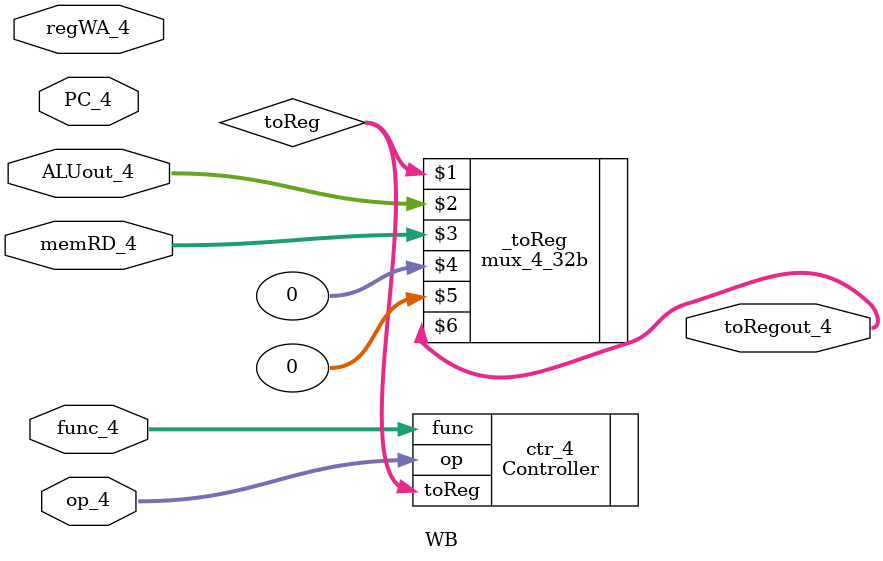
<source format=v>
`timescale 1ns / 1ps

module WB(
    input [5:0] op_4,
    input [5:0] func_4,
    input [31:0] PC_4,
    input [4:0] regWA_4,
    input [31:0] memRD_4,
    input [31:0] ALUout_4,
	output [31:0] toRegout_4
    );
    wire zero; 
    wire ALUSrc;
    wire [3:0] ALU;
    wire [1:0] toReg;

    Controller ctr_4(
        .op(op_4),
        .func(func_4),
        .toReg(toReg)
        );

    mux_4_32b _toReg(toReg,ALUout_4,memRD_4,32'b0,32'b0,toRegout_4);


endmodule

</source>
